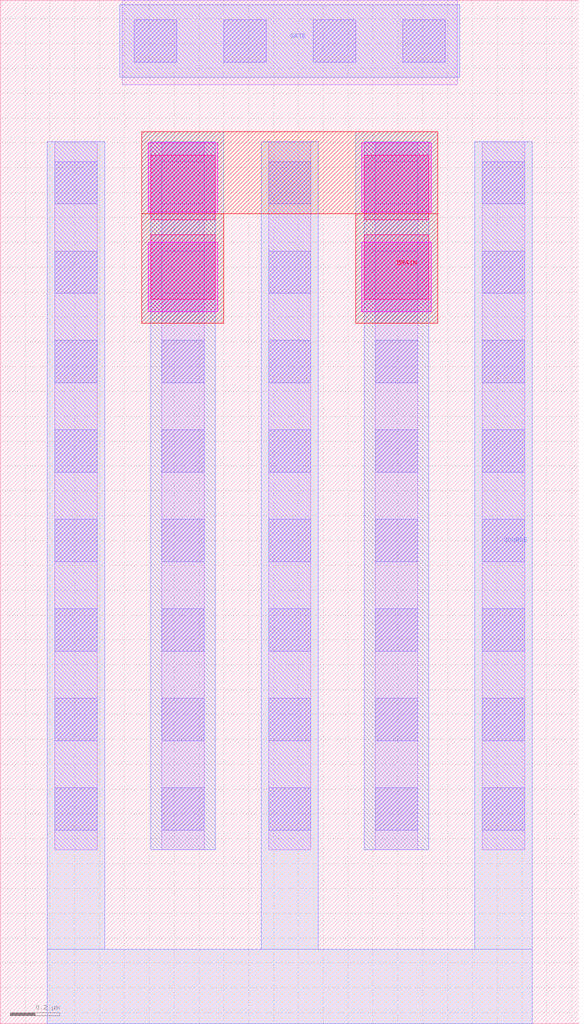
<source format=lef>
# Copyright 2020 The SkyWater PDK Authors
#
# Licensed under the Apache License, Version 2.0 (the "License");
# you may not use this file except in compliance with the License.
# You may obtain a copy of the License at
#
#     https://www.apache.org/licenses/LICENSE-2.0
#
# Unless required by applicable law or agreed to in writing, software
# distributed under the License is distributed on an "AS IS" BASIS,
# WITHOUT WARRANTIES OR CONDITIONS OF ANY KIND, either express or implied.
# See the License for the specific language governing permissions and
# limitations under the License.
#
# SPDX-License-Identifier: Apache-2.0

VERSION 5.7 ;
  NOWIREEXTENSIONATPIN ON ;
  DIVIDERCHAR "/" ;
  BUSBITCHARS "[]" ;
MACRO sky130_fd_pr__rf_pfet_01v8_aF04W3p00L0p15
  CLASS BLOCK ;
  FOREIGN sky130_fd_pr__rf_pfet_01v8_aF04W3p00L0p15 ;
  ORIGIN  0.000000  0.445000 ;
  SIZE  2.330000 BY  4.120000 ;
  PIN DRAIN
    ANTENNADIFFAREA  1.680000 ;
    PORT
      LAYER met3 ;
        RECT 0.570000 2.375000 0.900000 2.815000 ;
        RECT 0.570000 2.815000 1.760000 3.145000 ;
        RECT 1.430000 2.375000 1.760000 2.815000 ;
    END
  END DRAIN
  PIN GATE
    ANTENNAGATEAREA  1.800000 ;
    PORT
      LAYER met1 ;
        RECT 0.480000 3.365000 1.850000 3.655000 ;
    END
  END GATE
  PIN SOURCE
    ANTENNADIFFAREA  2.430000 ;
    PORT
      LAYER met1 ;
        RECT 0.190000 -0.445000 2.140000 -0.145000 ;
        RECT 0.190000 -0.145000 0.420000  3.105000 ;
        RECT 1.050000 -0.145000 1.280000  3.105000 ;
        RECT 1.910000 -0.145000 2.140000  3.105000 ;
    END
  END SOURCE
  OBS
    LAYER li1 ;
      RECT 0.220000 0.255000 0.390000 3.105000 ;
      RECT 0.490000 3.335000 1.840000 3.675000 ;
      RECT 0.650000 0.255000 0.820000 3.105000 ;
      RECT 1.080000 0.255000 1.250000 3.105000 ;
      RECT 1.510000 0.255000 1.680000 3.105000 ;
      RECT 1.940000 0.255000 2.110000 3.105000 ;
    LAYER mcon ;
      RECT 0.220000 0.335000 0.390000 0.505000 ;
      RECT 0.220000 0.695000 0.390000 0.865000 ;
      RECT 0.220000 1.055000 0.390000 1.225000 ;
      RECT 0.220000 1.415000 0.390000 1.585000 ;
      RECT 0.220000 1.775000 0.390000 1.945000 ;
      RECT 0.220000 2.135000 0.390000 2.305000 ;
      RECT 0.220000 2.495000 0.390000 2.665000 ;
      RECT 0.220000 2.855000 0.390000 3.025000 ;
      RECT 0.540000 3.425000 0.710000 3.595000 ;
      RECT 0.650000 0.335000 0.820000 0.505000 ;
      RECT 0.650000 0.695000 0.820000 0.865000 ;
      RECT 0.650000 1.055000 0.820000 1.225000 ;
      RECT 0.650000 1.415000 0.820000 1.585000 ;
      RECT 0.650000 1.775000 0.820000 1.945000 ;
      RECT 0.650000 2.135000 0.820000 2.305000 ;
      RECT 0.650000 2.495000 0.820000 2.665000 ;
      RECT 0.650000 2.855000 0.820000 3.025000 ;
      RECT 0.900000 3.425000 1.070000 3.595000 ;
      RECT 1.080000 0.335000 1.250000 0.505000 ;
      RECT 1.080000 0.695000 1.250000 0.865000 ;
      RECT 1.080000 1.055000 1.250000 1.225000 ;
      RECT 1.080000 1.415000 1.250000 1.585000 ;
      RECT 1.080000 1.775000 1.250000 1.945000 ;
      RECT 1.080000 2.135000 1.250000 2.305000 ;
      RECT 1.080000 2.495000 1.250000 2.665000 ;
      RECT 1.080000 2.855000 1.250000 3.025000 ;
      RECT 1.260000 3.425000 1.430000 3.595000 ;
      RECT 1.510000 0.335000 1.680000 0.505000 ;
      RECT 1.510000 0.695000 1.680000 0.865000 ;
      RECT 1.510000 1.055000 1.680000 1.225000 ;
      RECT 1.510000 1.415000 1.680000 1.585000 ;
      RECT 1.510000 1.775000 1.680000 1.945000 ;
      RECT 1.510000 2.135000 1.680000 2.305000 ;
      RECT 1.510000 2.495000 1.680000 2.665000 ;
      RECT 1.510000 2.855000 1.680000 3.025000 ;
      RECT 1.620000 3.425000 1.790000 3.595000 ;
      RECT 1.940000 0.335000 2.110000 0.505000 ;
      RECT 1.940000 0.695000 2.110000 0.865000 ;
      RECT 1.940000 1.055000 2.110000 1.225000 ;
      RECT 1.940000 1.415000 2.110000 1.585000 ;
      RECT 1.940000 1.775000 2.110000 1.945000 ;
      RECT 1.940000 2.135000 2.110000 2.305000 ;
      RECT 1.940000 2.495000 2.110000 2.665000 ;
      RECT 1.940000 2.855000 2.110000 3.025000 ;
    LAYER met1 ;
      RECT 0.605000 0.255000 0.865000 3.105000 ;
      RECT 1.465000 0.255000 1.725000 3.105000 ;
    LAYER met2 ;
      RECT 0.570000 2.375000 0.900000 3.145000 ;
      RECT 1.430000 2.375000 1.760000 3.145000 ;
    LAYER via ;
      RECT 0.605000 2.470000 0.865000 2.730000 ;
      RECT 0.605000 2.790000 0.865000 3.050000 ;
      RECT 1.465000 2.470000 1.725000 2.730000 ;
      RECT 1.465000 2.790000 1.725000 3.050000 ;
    LAYER via2 ;
      RECT 0.595000 2.420000 0.875000 2.700000 ;
      RECT 0.595000 2.820000 0.875000 3.100000 ;
      RECT 1.455000 2.420000 1.735000 2.700000 ;
      RECT 1.455000 2.820000 1.735000 3.100000 ;
  END
END sky130_fd_pr__rf_pfet_01v8_aF04W3p00L0p15
END LIBRARY

</source>
